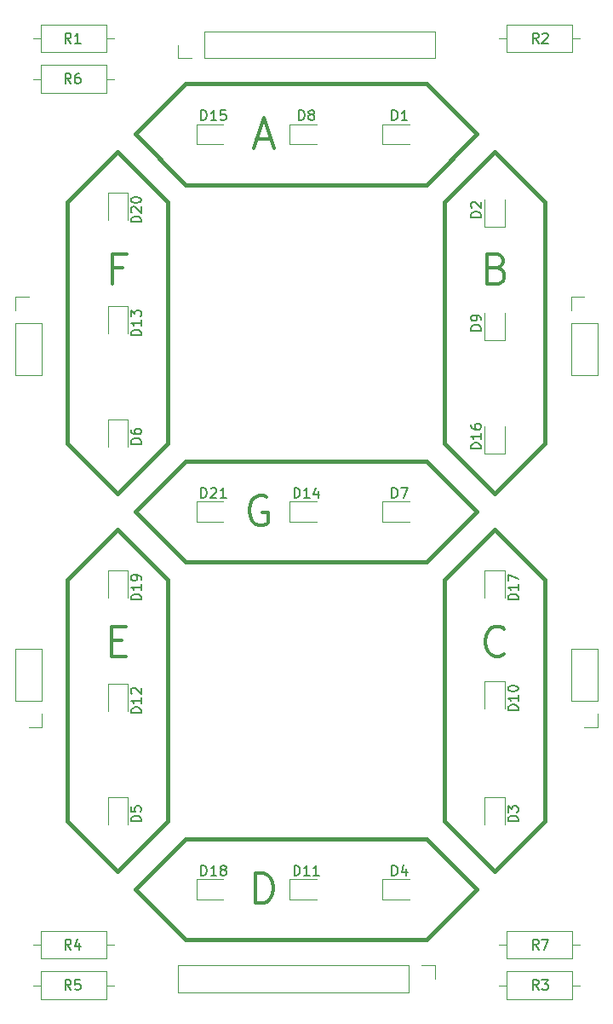
<source format=gbr>
G04 #@! TF.FileFunction,Legend,Top*
%FSLAX46Y46*%
G04 Gerber Fmt 4.6, Leading zero omitted, Abs format (unit mm)*
G04 Created by KiCad (PCBNEW 4.0.4+e1-6308~48~ubuntu16.04.1-stable) date Sun Jan 28 16:13:34 2018*
%MOMM*%
%LPD*%
G01*
G04 APERTURE LIST*
%ADD10C,0.100000*%
%ADD11C,0.300000*%
%ADD12C,0.400000*%
%ADD13C,0.120000*%
%ADD14C,0.150000*%
G04 APERTURE END LIST*
D10*
D11*
X126214286Y-143857143D02*
X126214286Y-140857143D01*
X126928571Y-140857143D01*
X127357143Y-141000000D01*
X127642857Y-141285714D01*
X127785714Y-141571429D01*
X127928571Y-142142857D01*
X127928571Y-142571429D01*
X127785714Y-143142857D01*
X127642857Y-143428571D01*
X127357143Y-143714286D01*
X126928571Y-143857143D01*
X126214286Y-143857143D01*
X111857143Y-117785714D02*
X112857143Y-117785714D01*
X113285714Y-119357143D02*
X111857143Y-119357143D01*
X111857143Y-116357143D01*
X113285714Y-116357143D01*
X150928571Y-119071429D02*
X150785714Y-119214286D01*
X150357143Y-119357143D01*
X150071429Y-119357143D01*
X149642857Y-119214286D01*
X149357143Y-118928571D01*
X149214286Y-118642857D01*
X149071429Y-118071429D01*
X149071429Y-117642857D01*
X149214286Y-117071429D01*
X149357143Y-116785714D01*
X149642857Y-116500000D01*
X150071429Y-116357143D01*
X150357143Y-116357143D01*
X150785714Y-116500000D01*
X150928571Y-116642857D01*
X127285714Y-103500000D02*
X127000000Y-103357143D01*
X126571429Y-103357143D01*
X126142857Y-103500000D01*
X125857143Y-103785714D01*
X125714286Y-104071429D01*
X125571429Y-104642857D01*
X125571429Y-105071429D01*
X125714286Y-105642857D01*
X125857143Y-105928571D01*
X126142857Y-106214286D01*
X126571429Y-106357143D01*
X126857143Y-106357143D01*
X127285714Y-106214286D01*
X127428571Y-106071429D01*
X127428571Y-105071429D01*
X126857143Y-105071429D01*
X112928572Y-80785714D02*
X111928572Y-80785714D01*
X111928572Y-82357143D02*
X111928572Y-79357143D01*
X113357143Y-79357143D01*
X150214286Y-80785714D02*
X150642857Y-80928571D01*
X150785714Y-81071429D01*
X150928571Y-81357143D01*
X150928571Y-81785714D01*
X150785714Y-82071429D01*
X150642857Y-82214286D01*
X150357143Y-82357143D01*
X149214286Y-82357143D01*
X149214286Y-79357143D01*
X150214286Y-79357143D01*
X150500000Y-79500000D01*
X150642857Y-79642857D01*
X150785714Y-79928571D01*
X150785714Y-80214286D01*
X150642857Y-80500000D01*
X150500000Y-80642857D01*
X150214286Y-80785714D01*
X149214286Y-80785714D01*
X126285715Y-68000000D02*
X127714286Y-68000000D01*
X126000000Y-68857143D02*
X127000000Y-65857143D01*
X128000000Y-68857143D01*
D12*
X112500000Y-106770000D02*
X117500000Y-111770000D01*
X117500000Y-111770000D02*
X117500000Y-135730000D01*
X112500000Y-140730000D02*
X117500000Y-135730000D01*
X107500000Y-135730000D02*
X112500000Y-140730000D01*
X107500000Y-111770000D02*
X107500000Y-135730000D01*
X107500000Y-111770000D02*
X112500000Y-106770000D01*
X145000000Y-111770000D02*
X150000000Y-106770000D01*
X145000000Y-111770000D02*
X145000000Y-135730000D01*
X145000000Y-135730000D02*
X150000000Y-140730000D01*
X150000000Y-140730000D02*
X155000000Y-135730000D01*
X155000000Y-111770000D02*
X155000000Y-135730000D01*
X150000000Y-106770000D02*
X155000000Y-111770000D01*
X114270000Y-105000000D02*
X119270000Y-100000000D01*
X114270000Y-105000000D02*
X119270000Y-110000000D01*
X119270000Y-110000000D02*
X143230000Y-110000000D01*
X143230000Y-110000000D02*
X148230000Y-105000000D01*
X143230000Y-100000000D02*
X148230000Y-105000000D01*
X119270000Y-100000000D02*
X143230000Y-100000000D01*
X150000000Y-69270000D02*
X155000000Y-74270000D01*
X155000000Y-74270000D02*
X155000000Y-98230000D01*
X150000000Y-103230000D02*
X155000000Y-98230000D01*
X145000000Y-98230000D02*
X150000000Y-103230000D01*
X145000000Y-74270000D02*
X145000000Y-98230000D01*
X145000000Y-74270000D02*
X150000000Y-69270000D01*
X107500000Y-74270000D02*
X112500000Y-69270000D01*
X107500000Y-74270000D02*
X107500000Y-98230000D01*
X107500000Y-98230000D02*
X112500000Y-103230000D01*
X112500000Y-103230000D02*
X117500000Y-98230000D01*
X117500000Y-74270000D02*
X117500000Y-98230000D01*
X112500000Y-69270000D02*
X117500000Y-74270000D01*
X119270000Y-137500000D02*
X143230000Y-137500000D01*
X143230000Y-137500000D02*
X148230000Y-142500000D01*
X143230000Y-147500000D02*
X148230000Y-142500000D01*
X119270000Y-147500000D02*
X143230000Y-147500000D01*
X114270000Y-142500000D02*
X119270000Y-147500000D01*
X114270000Y-142500000D02*
X119270000Y-137500000D01*
X114270000Y-67500000D02*
X119270000Y-62500000D01*
X114270000Y-67500000D02*
X119270000Y-72500000D01*
X119270000Y-72500000D02*
X143230000Y-72500000D01*
X143230000Y-72500000D02*
X148230000Y-67500000D01*
X143230000Y-62500000D02*
X148230000Y-67500000D01*
X119270000Y-62500000D02*
X143230000Y-62500000D01*
D13*
X141500000Y-66490000D02*
X138800000Y-66490000D01*
X138800000Y-66490000D02*
X138800000Y-68510000D01*
X138800000Y-68510000D02*
X141500000Y-68510000D01*
X148990000Y-74000000D02*
X148990000Y-76700000D01*
X148990000Y-76700000D02*
X151010000Y-76700000D01*
X151010000Y-76700000D02*
X151010000Y-74000000D01*
X151010000Y-136000000D02*
X151010000Y-133300000D01*
X151010000Y-133300000D02*
X148990000Y-133300000D01*
X148990000Y-133300000D02*
X148990000Y-136000000D01*
X141500000Y-141490000D02*
X138800000Y-141490000D01*
X138800000Y-141490000D02*
X138800000Y-143510000D01*
X138800000Y-143510000D02*
X141500000Y-143510000D01*
X113510000Y-136000000D02*
X113510000Y-133300000D01*
X113510000Y-133300000D02*
X111490000Y-133300000D01*
X111490000Y-133300000D02*
X111490000Y-136000000D01*
X113510000Y-98500000D02*
X113510000Y-95800000D01*
X113510000Y-95800000D02*
X111490000Y-95800000D01*
X111490000Y-95800000D02*
X111490000Y-98500000D01*
X141500000Y-103990000D02*
X138800000Y-103990000D01*
X138800000Y-103990000D02*
X138800000Y-106010000D01*
X138800000Y-106010000D02*
X141500000Y-106010000D01*
X132250000Y-66490000D02*
X129550000Y-66490000D01*
X129550000Y-66490000D02*
X129550000Y-68510000D01*
X129550000Y-68510000D02*
X132250000Y-68510000D01*
X148990000Y-85250000D02*
X148990000Y-87950000D01*
X148990000Y-87950000D02*
X151010000Y-87950000D01*
X151010000Y-87950000D02*
X151010000Y-85250000D01*
X151010000Y-124500000D02*
X151010000Y-121800000D01*
X151010000Y-121800000D02*
X148990000Y-121800000D01*
X148990000Y-121800000D02*
X148990000Y-124500000D01*
X132250000Y-141490000D02*
X129550000Y-141490000D01*
X129550000Y-141490000D02*
X129550000Y-143510000D01*
X129550000Y-143510000D02*
X132250000Y-143510000D01*
X113510000Y-124750000D02*
X113510000Y-122050000D01*
X113510000Y-122050000D02*
X111490000Y-122050000D01*
X111490000Y-122050000D02*
X111490000Y-124750000D01*
X113510000Y-87250000D02*
X113510000Y-84550000D01*
X113510000Y-84550000D02*
X111490000Y-84550000D01*
X111490000Y-84550000D02*
X111490000Y-87250000D01*
X132250000Y-103990000D02*
X129550000Y-103990000D01*
X129550000Y-103990000D02*
X129550000Y-106010000D01*
X129550000Y-106010000D02*
X132250000Y-106010000D01*
X123000000Y-66490000D02*
X120300000Y-66490000D01*
X120300000Y-66490000D02*
X120300000Y-68510000D01*
X120300000Y-68510000D02*
X123000000Y-68510000D01*
X148990000Y-96500000D02*
X148990000Y-99200000D01*
X148990000Y-99200000D02*
X151010000Y-99200000D01*
X151010000Y-99200000D02*
X151010000Y-96500000D01*
X151010000Y-113500000D02*
X151010000Y-110800000D01*
X151010000Y-110800000D02*
X148990000Y-110800000D01*
X148990000Y-110800000D02*
X148990000Y-113500000D01*
X123000000Y-141490000D02*
X120300000Y-141490000D01*
X120300000Y-141490000D02*
X120300000Y-143510000D01*
X120300000Y-143510000D02*
X123000000Y-143510000D01*
X113510000Y-113500000D02*
X113510000Y-110800000D01*
X113510000Y-110800000D02*
X111490000Y-110800000D01*
X111490000Y-110800000D02*
X111490000Y-113500000D01*
X113510000Y-76000000D02*
X113510000Y-73300000D01*
X113510000Y-73300000D02*
X111490000Y-73300000D01*
X111490000Y-73300000D02*
X111490000Y-76000000D01*
X123000000Y-103990000D02*
X120300000Y-103990000D01*
X120300000Y-103990000D02*
X120300000Y-106010000D01*
X120300000Y-106010000D02*
X123000000Y-106010000D01*
X144010000Y-59950000D02*
X144010000Y-57290000D01*
X121090000Y-59950000D02*
X144010000Y-59950000D01*
X121090000Y-57290000D02*
X144010000Y-57290000D01*
X121090000Y-59950000D02*
X121090000Y-57290000D01*
X119820000Y-59950000D02*
X118490000Y-59950000D01*
X118490000Y-59950000D02*
X118490000Y-58620000D01*
X118490000Y-150050000D02*
X118490000Y-152710000D01*
X141410000Y-150050000D02*
X118490000Y-150050000D01*
X141410000Y-152710000D02*
X118490000Y-152710000D01*
X141410000Y-150050000D02*
X141410000Y-152710000D01*
X142680000Y-150050000D02*
X144010000Y-150050000D01*
X144010000Y-150050000D02*
X144010000Y-151380000D01*
X104810000Y-56630000D02*
X104810000Y-59370000D01*
X104810000Y-59370000D02*
X111350000Y-59370000D01*
X111350000Y-59370000D02*
X111350000Y-56630000D01*
X111350000Y-56630000D02*
X104810000Y-56630000D01*
X104040000Y-58000000D02*
X104810000Y-58000000D01*
X112120000Y-58000000D02*
X111350000Y-58000000D01*
X157690000Y-59370000D02*
X157690000Y-56630000D01*
X157690000Y-56630000D02*
X151150000Y-56630000D01*
X151150000Y-56630000D02*
X151150000Y-59370000D01*
X151150000Y-59370000D02*
X157690000Y-59370000D01*
X158460000Y-58000000D02*
X157690000Y-58000000D01*
X150380000Y-58000000D02*
X151150000Y-58000000D01*
X157690000Y-153370000D02*
X157690000Y-150630000D01*
X157690000Y-150630000D02*
X151150000Y-150630000D01*
X151150000Y-150630000D02*
X151150000Y-153370000D01*
X151150000Y-153370000D02*
X157690000Y-153370000D01*
X158460000Y-152000000D02*
X157690000Y-152000000D01*
X150380000Y-152000000D02*
X151150000Y-152000000D01*
X104810000Y-146630000D02*
X104810000Y-149370000D01*
X104810000Y-149370000D02*
X111350000Y-149370000D01*
X111350000Y-149370000D02*
X111350000Y-146630000D01*
X111350000Y-146630000D02*
X104810000Y-146630000D01*
X104040000Y-148000000D02*
X104810000Y-148000000D01*
X112120000Y-148000000D02*
X111350000Y-148000000D01*
X104810000Y-150630000D02*
X104810000Y-153370000D01*
X104810000Y-153370000D02*
X111350000Y-153370000D01*
X111350000Y-153370000D02*
X111350000Y-150630000D01*
X111350000Y-150630000D02*
X104810000Y-150630000D01*
X104040000Y-152000000D02*
X104810000Y-152000000D01*
X112120000Y-152000000D02*
X111350000Y-152000000D01*
X104810000Y-60630000D02*
X104810000Y-63370000D01*
X104810000Y-63370000D02*
X111350000Y-63370000D01*
X111350000Y-63370000D02*
X111350000Y-60630000D01*
X111350000Y-60630000D02*
X104810000Y-60630000D01*
X104040000Y-62000000D02*
X104810000Y-62000000D01*
X112120000Y-62000000D02*
X111350000Y-62000000D01*
X157690000Y-149370000D02*
X157690000Y-146630000D01*
X157690000Y-146630000D02*
X151150000Y-146630000D01*
X151150000Y-146630000D02*
X151150000Y-149370000D01*
X151150000Y-149370000D02*
X157690000Y-149370000D01*
X158460000Y-148000000D02*
X157690000Y-148000000D01*
X150380000Y-148000000D02*
X151150000Y-148000000D01*
X102290000Y-91390000D02*
X104950000Y-91390000D01*
X102290000Y-86250000D02*
X102290000Y-91390000D01*
X104950000Y-86250000D02*
X104950000Y-91390000D01*
X102290000Y-86250000D02*
X104950000Y-86250000D01*
X102290000Y-84980000D02*
X102290000Y-83650000D01*
X102290000Y-83650000D02*
X103620000Y-83650000D01*
X157550000Y-91390000D02*
X160210000Y-91390000D01*
X157550000Y-86250000D02*
X157550000Y-91390000D01*
X160210000Y-86250000D02*
X160210000Y-91390000D01*
X157550000Y-86250000D02*
X160210000Y-86250000D01*
X157550000Y-84980000D02*
X157550000Y-83650000D01*
X157550000Y-83650000D02*
X158880000Y-83650000D01*
X104950000Y-118610000D02*
X102290000Y-118610000D01*
X104950000Y-123750000D02*
X104950000Y-118610000D01*
X102290000Y-123750000D02*
X102290000Y-118610000D01*
X104950000Y-123750000D02*
X102290000Y-123750000D01*
X104950000Y-125020000D02*
X104950000Y-126350000D01*
X104950000Y-126350000D02*
X103620000Y-126350000D01*
X160210000Y-118610000D02*
X157550000Y-118610000D01*
X160210000Y-123750000D02*
X160210000Y-118610000D01*
X157550000Y-123750000D02*
X157550000Y-118610000D01*
X160210000Y-123750000D02*
X157550000Y-123750000D01*
X160210000Y-125020000D02*
X160210000Y-126350000D01*
X160210000Y-126350000D02*
X158880000Y-126350000D01*
D14*
X139761905Y-66102381D02*
X139761905Y-65102381D01*
X140000000Y-65102381D01*
X140142858Y-65150000D01*
X140238096Y-65245238D01*
X140285715Y-65340476D01*
X140333334Y-65530952D01*
X140333334Y-65673810D01*
X140285715Y-65864286D01*
X140238096Y-65959524D01*
X140142858Y-66054762D01*
X140000000Y-66102381D01*
X139761905Y-66102381D01*
X141285715Y-66102381D02*
X140714286Y-66102381D01*
X141000000Y-66102381D02*
X141000000Y-65102381D01*
X140904762Y-65245238D01*
X140809524Y-65340476D01*
X140714286Y-65388095D01*
X148602381Y-75738095D02*
X147602381Y-75738095D01*
X147602381Y-75500000D01*
X147650000Y-75357142D01*
X147745238Y-75261904D01*
X147840476Y-75214285D01*
X148030952Y-75166666D01*
X148173810Y-75166666D01*
X148364286Y-75214285D01*
X148459524Y-75261904D01*
X148554762Y-75357142D01*
X148602381Y-75500000D01*
X148602381Y-75738095D01*
X147697619Y-74785714D02*
X147650000Y-74738095D01*
X147602381Y-74642857D01*
X147602381Y-74404761D01*
X147650000Y-74309523D01*
X147697619Y-74261904D01*
X147792857Y-74214285D01*
X147888095Y-74214285D01*
X148030952Y-74261904D01*
X148602381Y-74833333D01*
X148602381Y-74214285D01*
X152302381Y-135738095D02*
X151302381Y-135738095D01*
X151302381Y-135500000D01*
X151350000Y-135357142D01*
X151445238Y-135261904D01*
X151540476Y-135214285D01*
X151730952Y-135166666D01*
X151873810Y-135166666D01*
X152064286Y-135214285D01*
X152159524Y-135261904D01*
X152254762Y-135357142D01*
X152302381Y-135500000D01*
X152302381Y-135738095D01*
X151302381Y-134833333D02*
X151302381Y-134214285D01*
X151683333Y-134547619D01*
X151683333Y-134404761D01*
X151730952Y-134309523D01*
X151778571Y-134261904D01*
X151873810Y-134214285D01*
X152111905Y-134214285D01*
X152207143Y-134261904D01*
X152254762Y-134309523D01*
X152302381Y-134404761D01*
X152302381Y-134690476D01*
X152254762Y-134785714D01*
X152207143Y-134833333D01*
X139761905Y-141102381D02*
X139761905Y-140102381D01*
X140000000Y-140102381D01*
X140142858Y-140150000D01*
X140238096Y-140245238D01*
X140285715Y-140340476D01*
X140333334Y-140530952D01*
X140333334Y-140673810D01*
X140285715Y-140864286D01*
X140238096Y-140959524D01*
X140142858Y-141054762D01*
X140000000Y-141102381D01*
X139761905Y-141102381D01*
X141190477Y-140435714D02*
X141190477Y-141102381D01*
X140952381Y-140054762D02*
X140714286Y-140769048D01*
X141333334Y-140769048D01*
X114802381Y-135738095D02*
X113802381Y-135738095D01*
X113802381Y-135500000D01*
X113850000Y-135357142D01*
X113945238Y-135261904D01*
X114040476Y-135214285D01*
X114230952Y-135166666D01*
X114373810Y-135166666D01*
X114564286Y-135214285D01*
X114659524Y-135261904D01*
X114754762Y-135357142D01*
X114802381Y-135500000D01*
X114802381Y-135738095D01*
X113802381Y-134261904D02*
X113802381Y-134738095D01*
X114278571Y-134785714D01*
X114230952Y-134738095D01*
X114183333Y-134642857D01*
X114183333Y-134404761D01*
X114230952Y-134309523D01*
X114278571Y-134261904D01*
X114373810Y-134214285D01*
X114611905Y-134214285D01*
X114707143Y-134261904D01*
X114754762Y-134309523D01*
X114802381Y-134404761D01*
X114802381Y-134642857D01*
X114754762Y-134738095D01*
X114707143Y-134785714D01*
X114802381Y-98238095D02*
X113802381Y-98238095D01*
X113802381Y-98000000D01*
X113850000Y-97857142D01*
X113945238Y-97761904D01*
X114040476Y-97714285D01*
X114230952Y-97666666D01*
X114373810Y-97666666D01*
X114564286Y-97714285D01*
X114659524Y-97761904D01*
X114754762Y-97857142D01*
X114802381Y-98000000D01*
X114802381Y-98238095D01*
X113802381Y-96809523D02*
X113802381Y-97000000D01*
X113850000Y-97095238D01*
X113897619Y-97142857D01*
X114040476Y-97238095D01*
X114230952Y-97285714D01*
X114611905Y-97285714D01*
X114707143Y-97238095D01*
X114754762Y-97190476D01*
X114802381Y-97095238D01*
X114802381Y-96904761D01*
X114754762Y-96809523D01*
X114707143Y-96761904D01*
X114611905Y-96714285D01*
X114373810Y-96714285D01*
X114278571Y-96761904D01*
X114230952Y-96809523D01*
X114183333Y-96904761D01*
X114183333Y-97095238D01*
X114230952Y-97190476D01*
X114278571Y-97238095D01*
X114373810Y-97285714D01*
X139761905Y-103602381D02*
X139761905Y-102602381D01*
X140000000Y-102602381D01*
X140142858Y-102650000D01*
X140238096Y-102745238D01*
X140285715Y-102840476D01*
X140333334Y-103030952D01*
X140333334Y-103173810D01*
X140285715Y-103364286D01*
X140238096Y-103459524D01*
X140142858Y-103554762D01*
X140000000Y-103602381D01*
X139761905Y-103602381D01*
X140666667Y-102602381D02*
X141333334Y-102602381D01*
X140904762Y-103602381D01*
X130511905Y-66102381D02*
X130511905Y-65102381D01*
X130750000Y-65102381D01*
X130892858Y-65150000D01*
X130988096Y-65245238D01*
X131035715Y-65340476D01*
X131083334Y-65530952D01*
X131083334Y-65673810D01*
X131035715Y-65864286D01*
X130988096Y-65959524D01*
X130892858Y-66054762D01*
X130750000Y-66102381D01*
X130511905Y-66102381D01*
X131654762Y-65530952D02*
X131559524Y-65483333D01*
X131511905Y-65435714D01*
X131464286Y-65340476D01*
X131464286Y-65292857D01*
X131511905Y-65197619D01*
X131559524Y-65150000D01*
X131654762Y-65102381D01*
X131845239Y-65102381D01*
X131940477Y-65150000D01*
X131988096Y-65197619D01*
X132035715Y-65292857D01*
X132035715Y-65340476D01*
X131988096Y-65435714D01*
X131940477Y-65483333D01*
X131845239Y-65530952D01*
X131654762Y-65530952D01*
X131559524Y-65578571D01*
X131511905Y-65626190D01*
X131464286Y-65721429D01*
X131464286Y-65911905D01*
X131511905Y-66007143D01*
X131559524Y-66054762D01*
X131654762Y-66102381D01*
X131845239Y-66102381D01*
X131940477Y-66054762D01*
X131988096Y-66007143D01*
X132035715Y-65911905D01*
X132035715Y-65721429D01*
X131988096Y-65626190D01*
X131940477Y-65578571D01*
X131845239Y-65530952D01*
X148602381Y-86988095D02*
X147602381Y-86988095D01*
X147602381Y-86750000D01*
X147650000Y-86607142D01*
X147745238Y-86511904D01*
X147840476Y-86464285D01*
X148030952Y-86416666D01*
X148173810Y-86416666D01*
X148364286Y-86464285D01*
X148459524Y-86511904D01*
X148554762Y-86607142D01*
X148602381Y-86750000D01*
X148602381Y-86988095D01*
X148602381Y-85940476D02*
X148602381Y-85750000D01*
X148554762Y-85654761D01*
X148507143Y-85607142D01*
X148364286Y-85511904D01*
X148173810Y-85464285D01*
X147792857Y-85464285D01*
X147697619Y-85511904D01*
X147650000Y-85559523D01*
X147602381Y-85654761D01*
X147602381Y-85845238D01*
X147650000Y-85940476D01*
X147697619Y-85988095D01*
X147792857Y-86035714D01*
X148030952Y-86035714D01*
X148126190Y-85988095D01*
X148173810Y-85940476D01*
X148221429Y-85845238D01*
X148221429Y-85654761D01*
X148173810Y-85559523D01*
X148126190Y-85511904D01*
X148030952Y-85464285D01*
X152302381Y-124714286D02*
X151302381Y-124714286D01*
X151302381Y-124476191D01*
X151350000Y-124333333D01*
X151445238Y-124238095D01*
X151540476Y-124190476D01*
X151730952Y-124142857D01*
X151873810Y-124142857D01*
X152064286Y-124190476D01*
X152159524Y-124238095D01*
X152254762Y-124333333D01*
X152302381Y-124476191D01*
X152302381Y-124714286D01*
X152302381Y-123190476D02*
X152302381Y-123761905D01*
X152302381Y-123476191D02*
X151302381Y-123476191D01*
X151445238Y-123571429D01*
X151540476Y-123666667D01*
X151588095Y-123761905D01*
X151302381Y-122571429D02*
X151302381Y-122476190D01*
X151350000Y-122380952D01*
X151397619Y-122333333D01*
X151492857Y-122285714D01*
X151683333Y-122238095D01*
X151921429Y-122238095D01*
X152111905Y-122285714D01*
X152207143Y-122333333D01*
X152254762Y-122380952D01*
X152302381Y-122476190D01*
X152302381Y-122571429D01*
X152254762Y-122666667D01*
X152207143Y-122714286D01*
X152111905Y-122761905D01*
X151921429Y-122809524D01*
X151683333Y-122809524D01*
X151492857Y-122761905D01*
X151397619Y-122714286D01*
X151350000Y-122666667D01*
X151302381Y-122571429D01*
X130035714Y-141102381D02*
X130035714Y-140102381D01*
X130273809Y-140102381D01*
X130416667Y-140150000D01*
X130511905Y-140245238D01*
X130559524Y-140340476D01*
X130607143Y-140530952D01*
X130607143Y-140673810D01*
X130559524Y-140864286D01*
X130511905Y-140959524D01*
X130416667Y-141054762D01*
X130273809Y-141102381D01*
X130035714Y-141102381D01*
X131559524Y-141102381D02*
X130988095Y-141102381D01*
X131273809Y-141102381D02*
X131273809Y-140102381D01*
X131178571Y-140245238D01*
X131083333Y-140340476D01*
X130988095Y-140388095D01*
X132511905Y-141102381D02*
X131940476Y-141102381D01*
X132226190Y-141102381D02*
X132226190Y-140102381D01*
X132130952Y-140245238D01*
X132035714Y-140340476D01*
X131940476Y-140388095D01*
X114802381Y-124964286D02*
X113802381Y-124964286D01*
X113802381Y-124726191D01*
X113850000Y-124583333D01*
X113945238Y-124488095D01*
X114040476Y-124440476D01*
X114230952Y-124392857D01*
X114373810Y-124392857D01*
X114564286Y-124440476D01*
X114659524Y-124488095D01*
X114754762Y-124583333D01*
X114802381Y-124726191D01*
X114802381Y-124964286D01*
X114802381Y-123440476D02*
X114802381Y-124011905D01*
X114802381Y-123726191D02*
X113802381Y-123726191D01*
X113945238Y-123821429D01*
X114040476Y-123916667D01*
X114088095Y-124011905D01*
X113897619Y-123059524D02*
X113850000Y-123011905D01*
X113802381Y-122916667D01*
X113802381Y-122678571D01*
X113850000Y-122583333D01*
X113897619Y-122535714D01*
X113992857Y-122488095D01*
X114088095Y-122488095D01*
X114230952Y-122535714D01*
X114802381Y-123107143D01*
X114802381Y-122488095D01*
X114802381Y-87464286D02*
X113802381Y-87464286D01*
X113802381Y-87226191D01*
X113850000Y-87083333D01*
X113945238Y-86988095D01*
X114040476Y-86940476D01*
X114230952Y-86892857D01*
X114373810Y-86892857D01*
X114564286Y-86940476D01*
X114659524Y-86988095D01*
X114754762Y-87083333D01*
X114802381Y-87226191D01*
X114802381Y-87464286D01*
X114802381Y-85940476D02*
X114802381Y-86511905D01*
X114802381Y-86226191D02*
X113802381Y-86226191D01*
X113945238Y-86321429D01*
X114040476Y-86416667D01*
X114088095Y-86511905D01*
X113802381Y-85607143D02*
X113802381Y-84988095D01*
X114183333Y-85321429D01*
X114183333Y-85178571D01*
X114230952Y-85083333D01*
X114278571Y-85035714D01*
X114373810Y-84988095D01*
X114611905Y-84988095D01*
X114707143Y-85035714D01*
X114754762Y-85083333D01*
X114802381Y-85178571D01*
X114802381Y-85464286D01*
X114754762Y-85559524D01*
X114707143Y-85607143D01*
X130035714Y-103602381D02*
X130035714Y-102602381D01*
X130273809Y-102602381D01*
X130416667Y-102650000D01*
X130511905Y-102745238D01*
X130559524Y-102840476D01*
X130607143Y-103030952D01*
X130607143Y-103173810D01*
X130559524Y-103364286D01*
X130511905Y-103459524D01*
X130416667Y-103554762D01*
X130273809Y-103602381D01*
X130035714Y-103602381D01*
X131559524Y-103602381D02*
X130988095Y-103602381D01*
X131273809Y-103602381D02*
X131273809Y-102602381D01*
X131178571Y-102745238D01*
X131083333Y-102840476D01*
X130988095Y-102888095D01*
X132416667Y-102935714D02*
X132416667Y-103602381D01*
X132178571Y-102554762D02*
X131940476Y-103269048D01*
X132559524Y-103269048D01*
X120785714Y-66102381D02*
X120785714Y-65102381D01*
X121023809Y-65102381D01*
X121166667Y-65150000D01*
X121261905Y-65245238D01*
X121309524Y-65340476D01*
X121357143Y-65530952D01*
X121357143Y-65673810D01*
X121309524Y-65864286D01*
X121261905Y-65959524D01*
X121166667Y-66054762D01*
X121023809Y-66102381D01*
X120785714Y-66102381D01*
X122309524Y-66102381D02*
X121738095Y-66102381D01*
X122023809Y-66102381D02*
X122023809Y-65102381D01*
X121928571Y-65245238D01*
X121833333Y-65340476D01*
X121738095Y-65388095D01*
X123214286Y-65102381D02*
X122738095Y-65102381D01*
X122690476Y-65578571D01*
X122738095Y-65530952D01*
X122833333Y-65483333D01*
X123071429Y-65483333D01*
X123166667Y-65530952D01*
X123214286Y-65578571D01*
X123261905Y-65673810D01*
X123261905Y-65911905D01*
X123214286Y-66007143D01*
X123166667Y-66054762D01*
X123071429Y-66102381D01*
X122833333Y-66102381D01*
X122738095Y-66054762D01*
X122690476Y-66007143D01*
X148602381Y-98714286D02*
X147602381Y-98714286D01*
X147602381Y-98476191D01*
X147650000Y-98333333D01*
X147745238Y-98238095D01*
X147840476Y-98190476D01*
X148030952Y-98142857D01*
X148173810Y-98142857D01*
X148364286Y-98190476D01*
X148459524Y-98238095D01*
X148554762Y-98333333D01*
X148602381Y-98476191D01*
X148602381Y-98714286D01*
X148602381Y-97190476D02*
X148602381Y-97761905D01*
X148602381Y-97476191D02*
X147602381Y-97476191D01*
X147745238Y-97571429D01*
X147840476Y-97666667D01*
X147888095Y-97761905D01*
X147602381Y-96333333D02*
X147602381Y-96523810D01*
X147650000Y-96619048D01*
X147697619Y-96666667D01*
X147840476Y-96761905D01*
X148030952Y-96809524D01*
X148411905Y-96809524D01*
X148507143Y-96761905D01*
X148554762Y-96714286D01*
X148602381Y-96619048D01*
X148602381Y-96428571D01*
X148554762Y-96333333D01*
X148507143Y-96285714D01*
X148411905Y-96238095D01*
X148173810Y-96238095D01*
X148078571Y-96285714D01*
X148030952Y-96333333D01*
X147983333Y-96428571D01*
X147983333Y-96619048D01*
X148030952Y-96714286D01*
X148078571Y-96761905D01*
X148173810Y-96809524D01*
X152302381Y-113714286D02*
X151302381Y-113714286D01*
X151302381Y-113476191D01*
X151350000Y-113333333D01*
X151445238Y-113238095D01*
X151540476Y-113190476D01*
X151730952Y-113142857D01*
X151873810Y-113142857D01*
X152064286Y-113190476D01*
X152159524Y-113238095D01*
X152254762Y-113333333D01*
X152302381Y-113476191D01*
X152302381Y-113714286D01*
X152302381Y-112190476D02*
X152302381Y-112761905D01*
X152302381Y-112476191D02*
X151302381Y-112476191D01*
X151445238Y-112571429D01*
X151540476Y-112666667D01*
X151588095Y-112761905D01*
X151302381Y-111857143D02*
X151302381Y-111190476D01*
X152302381Y-111619048D01*
X120785714Y-141102381D02*
X120785714Y-140102381D01*
X121023809Y-140102381D01*
X121166667Y-140150000D01*
X121261905Y-140245238D01*
X121309524Y-140340476D01*
X121357143Y-140530952D01*
X121357143Y-140673810D01*
X121309524Y-140864286D01*
X121261905Y-140959524D01*
X121166667Y-141054762D01*
X121023809Y-141102381D01*
X120785714Y-141102381D01*
X122309524Y-141102381D02*
X121738095Y-141102381D01*
X122023809Y-141102381D02*
X122023809Y-140102381D01*
X121928571Y-140245238D01*
X121833333Y-140340476D01*
X121738095Y-140388095D01*
X122880952Y-140530952D02*
X122785714Y-140483333D01*
X122738095Y-140435714D01*
X122690476Y-140340476D01*
X122690476Y-140292857D01*
X122738095Y-140197619D01*
X122785714Y-140150000D01*
X122880952Y-140102381D01*
X123071429Y-140102381D01*
X123166667Y-140150000D01*
X123214286Y-140197619D01*
X123261905Y-140292857D01*
X123261905Y-140340476D01*
X123214286Y-140435714D01*
X123166667Y-140483333D01*
X123071429Y-140530952D01*
X122880952Y-140530952D01*
X122785714Y-140578571D01*
X122738095Y-140626190D01*
X122690476Y-140721429D01*
X122690476Y-140911905D01*
X122738095Y-141007143D01*
X122785714Y-141054762D01*
X122880952Y-141102381D01*
X123071429Y-141102381D01*
X123166667Y-141054762D01*
X123214286Y-141007143D01*
X123261905Y-140911905D01*
X123261905Y-140721429D01*
X123214286Y-140626190D01*
X123166667Y-140578571D01*
X123071429Y-140530952D01*
X114802381Y-113714286D02*
X113802381Y-113714286D01*
X113802381Y-113476191D01*
X113850000Y-113333333D01*
X113945238Y-113238095D01*
X114040476Y-113190476D01*
X114230952Y-113142857D01*
X114373810Y-113142857D01*
X114564286Y-113190476D01*
X114659524Y-113238095D01*
X114754762Y-113333333D01*
X114802381Y-113476191D01*
X114802381Y-113714286D01*
X114802381Y-112190476D02*
X114802381Y-112761905D01*
X114802381Y-112476191D02*
X113802381Y-112476191D01*
X113945238Y-112571429D01*
X114040476Y-112666667D01*
X114088095Y-112761905D01*
X114802381Y-111714286D02*
X114802381Y-111523810D01*
X114754762Y-111428571D01*
X114707143Y-111380952D01*
X114564286Y-111285714D01*
X114373810Y-111238095D01*
X113992857Y-111238095D01*
X113897619Y-111285714D01*
X113850000Y-111333333D01*
X113802381Y-111428571D01*
X113802381Y-111619048D01*
X113850000Y-111714286D01*
X113897619Y-111761905D01*
X113992857Y-111809524D01*
X114230952Y-111809524D01*
X114326190Y-111761905D01*
X114373810Y-111714286D01*
X114421429Y-111619048D01*
X114421429Y-111428571D01*
X114373810Y-111333333D01*
X114326190Y-111285714D01*
X114230952Y-111238095D01*
X114802381Y-76214286D02*
X113802381Y-76214286D01*
X113802381Y-75976191D01*
X113850000Y-75833333D01*
X113945238Y-75738095D01*
X114040476Y-75690476D01*
X114230952Y-75642857D01*
X114373810Y-75642857D01*
X114564286Y-75690476D01*
X114659524Y-75738095D01*
X114754762Y-75833333D01*
X114802381Y-75976191D01*
X114802381Y-76214286D01*
X113897619Y-75261905D02*
X113850000Y-75214286D01*
X113802381Y-75119048D01*
X113802381Y-74880952D01*
X113850000Y-74785714D01*
X113897619Y-74738095D01*
X113992857Y-74690476D01*
X114088095Y-74690476D01*
X114230952Y-74738095D01*
X114802381Y-75309524D01*
X114802381Y-74690476D01*
X113802381Y-74071429D02*
X113802381Y-73976190D01*
X113850000Y-73880952D01*
X113897619Y-73833333D01*
X113992857Y-73785714D01*
X114183333Y-73738095D01*
X114421429Y-73738095D01*
X114611905Y-73785714D01*
X114707143Y-73833333D01*
X114754762Y-73880952D01*
X114802381Y-73976190D01*
X114802381Y-74071429D01*
X114754762Y-74166667D01*
X114707143Y-74214286D01*
X114611905Y-74261905D01*
X114421429Y-74309524D01*
X114183333Y-74309524D01*
X113992857Y-74261905D01*
X113897619Y-74214286D01*
X113850000Y-74166667D01*
X113802381Y-74071429D01*
X120785714Y-103602381D02*
X120785714Y-102602381D01*
X121023809Y-102602381D01*
X121166667Y-102650000D01*
X121261905Y-102745238D01*
X121309524Y-102840476D01*
X121357143Y-103030952D01*
X121357143Y-103173810D01*
X121309524Y-103364286D01*
X121261905Y-103459524D01*
X121166667Y-103554762D01*
X121023809Y-103602381D01*
X120785714Y-103602381D01*
X121738095Y-102697619D02*
X121785714Y-102650000D01*
X121880952Y-102602381D01*
X122119048Y-102602381D01*
X122214286Y-102650000D01*
X122261905Y-102697619D01*
X122309524Y-102792857D01*
X122309524Y-102888095D01*
X122261905Y-103030952D01*
X121690476Y-103602381D01*
X122309524Y-103602381D01*
X123261905Y-103602381D02*
X122690476Y-103602381D01*
X122976190Y-103602381D02*
X122976190Y-102602381D01*
X122880952Y-102745238D01*
X122785714Y-102840476D01*
X122690476Y-102888095D01*
X107833334Y-58452381D02*
X107500000Y-57976190D01*
X107261905Y-58452381D02*
X107261905Y-57452381D01*
X107642858Y-57452381D01*
X107738096Y-57500000D01*
X107785715Y-57547619D01*
X107833334Y-57642857D01*
X107833334Y-57785714D01*
X107785715Y-57880952D01*
X107738096Y-57928571D01*
X107642858Y-57976190D01*
X107261905Y-57976190D01*
X108785715Y-58452381D02*
X108214286Y-58452381D01*
X108500000Y-58452381D02*
X108500000Y-57452381D01*
X108404762Y-57595238D01*
X108309524Y-57690476D01*
X108214286Y-57738095D01*
X154333334Y-58452381D02*
X154000000Y-57976190D01*
X153761905Y-58452381D02*
X153761905Y-57452381D01*
X154142858Y-57452381D01*
X154238096Y-57500000D01*
X154285715Y-57547619D01*
X154333334Y-57642857D01*
X154333334Y-57785714D01*
X154285715Y-57880952D01*
X154238096Y-57928571D01*
X154142858Y-57976190D01*
X153761905Y-57976190D01*
X154714286Y-57547619D02*
X154761905Y-57500000D01*
X154857143Y-57452381D01*
X155095239Y-57452381D01*
X155190477Y-57500000D01*
X155238096Y-57547619D01*
X155285715Y-57642857D01*
X155285715Y-57738095D01*
X155238096Y-57880952D01*
X154666667Y-58452381D01*
X155285715Y-58452381D01*
X154333334Y-152452381D02*
X154000000Y-151976190D01*
X153761905Y-152452381D02*
X153761905Y-151452381D01*
X154142858Y-151452381D01*
X154238096Y-151500000D01*
X154285715Y-151547619D01*
X154333334Y-151642857D01*
X154333334Y-151785714D01*
X154285715Y-151880952D01*
X154238096Y-151928571D01*
X154142858Y-151976190D01*
X153761905Y-151976190D01*
X154666667Y-151452381D02*
X155285715Y-151452381D01*
X154952381Y-151833333D01*
X155095239Y-151833333D01*
X155190477Y-151880952D01*
X155238096Y-151928571D01*
X155285715Y-152023810D01*
X155285715Y-152261905D01*
X155238096Y-152357143D01*
X155190477Y-152404762D01*
X155095239Y-152452381D01*
X154809524Y-152452381D01*
X154714286Y-152404762D01*
X154666667Y-152357143D01*
X107833334Y-148452381D02*
X107500000Y-147976190D01*
X107261905Y-148452381D02*
X107261905Y-147452381D01*
X107642858Y-147452381D01*
X107738096Y-147500000D01*
X107785715Y-147547619D01*
X107833334Y-147642857D01*
X107833334Y-147785714D01*
X107785715Y-147880952D01*
X107738096Y-147928571D01*
X107642858Y-147976190D01*
X107261905Y-147976190D01*
X108690477Y-147785714D02*
X108690477Y-148452381D01*
X108452381Y-147404762D02*
X108214286Y-148119048D01*
X108833334Y-148119048D01*
X107833334Y-152452381D02*
X107500000Y-151976190D01*
X107261905Y-152452381D02*
X107261905Y-151452381D01*
X107642858Y-151452381D01*
X107738096Y-151500000D01*
X107785715Y-151547619D01*
X107833334Y-151642857D01*
X107833334Y-151785714D01*
X107785715Y-151880952D01*
X107738096Y-151928571D01*
X107642858Y-151976190D01*
X107261905Y-151976190D01*
X108738096Y-151452381D02*
X108261905Y-151452381D01*
X108214286Y-151928571D01*
X108261905Y-151880952D01*
X108357143Y-151833333D01*
X108595239Y-151833333D01*
X108690477Y-151880952D01*
X108738096Y-151928571D01*
X108785715Y-152023810D01*
X108785715Y-152261905D01*
X108738096Y-152357143D01*
X108690477Y-152404762D01*
X108595239Y-152452381D01*
X108357143Y-152452381D01*
X108261905Y-152404762D01*
X108214286Y-152357143D01*
X107833334Y-62452381D02*
X107500000Y-61976190D01*
X107261905Y-62452381D02*
X107261905Y-61452381D01*
X107642858Y-61452381D01*
X107738096Y-61500000D01*
X107785715Y-61547619D01*
X107833334Y-61642857D01*
X107833334Y-61785714D01*
X107785715Y-61880952D01*
X107738096Y-61928571D01*
X107642858Y-61976190D01*
X107261905Y-61976190D01*
X108690477Y-61452381D02*
X108500000Y-61452381D01*
X108404762Y-61500000D01*
X108357143Y-61547619D01*
X108261905Y-61690476D01*
X108214286Y-61880952D01*
X108214286Y-62261905D01*
X108261905Y-62357143D01*
X108309524Y-62404762D01*
X108404762Y-62452381D01*
X108595239Y-62452381D01*
X108690477Y-62404762D01*
X108738096Y-62357143D01*
X108785715Y-62261905D01*
X108785715Y-62023810D01*
X108738096Y-61928571D01*
X108690477Y-61880952D01*
X108595239Y-61833333D01*
X108404762Y-61833333D01*
X108309524Y-61880952D01*
X108261905Y-61928571D01*
X108214286Y-62023810D01*
X154333334Y-148452381D02*
X154000000Y-147976190D01*
X153761905Y-148452381D02*
X153761905Y-147452381D01*
X154142858Y-147452381D01*
X154238096Y-147500000D01*
X154285715Y-147547619D01*
X154333334Y-147642857D01*
X154333334Y-147785714D01*
X154285715Y-147880952D01*
X154238096Y-147928571D01*
X154142858Y-147976190D01*
X153761905Y-147976190D01*
X154666667Y-147452381D02*
X155333334Y-147452381D01*
X154904762Y-148452381D01*
M02*

</source>
